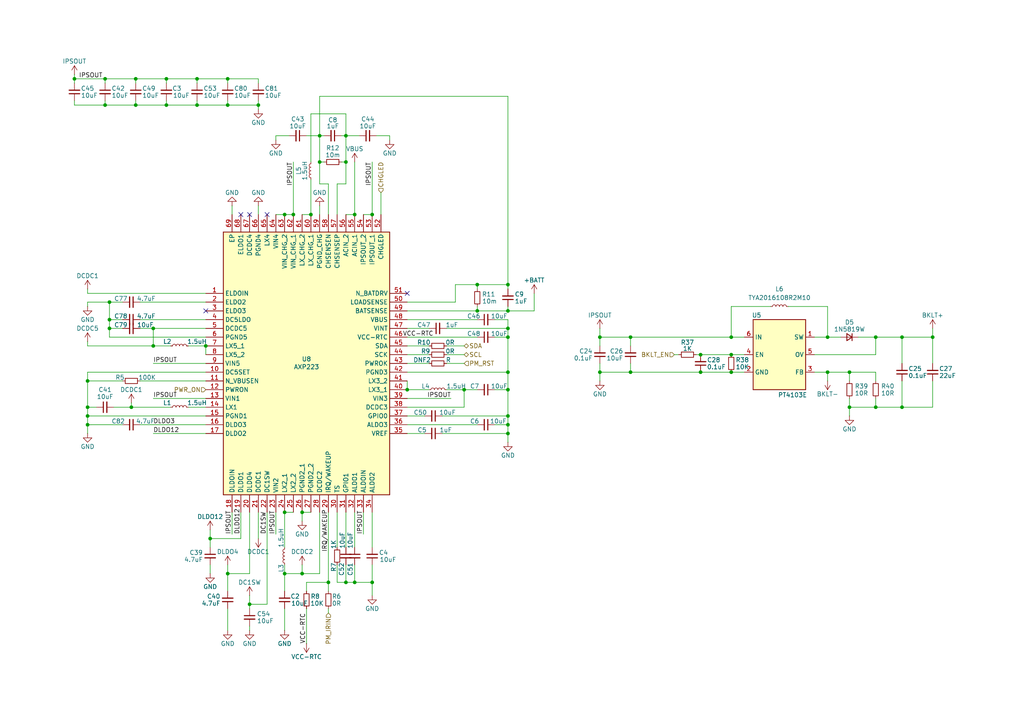
<source format=kicad_sch>
(kicad_sch (version 20231120) (generator "eeschema") (generator_version "8.0")
  (paper "A4")
  (lib_symbols
    (symbol "Device:C_Small" (pin_numbers hide) (pin_names (offset 0.254) hide)
      (property "Reference" "C" (at 0.254 1.778 0))
      (property "Value" "C_Small" (at 0.254 -2.032 0))
      (symbol "C_Small_0_1"
        (polyline (pts (xy -1.524 -0.508) (xy 1.524 -0.508)) (stroke (width 0.3302)))
        (polyline (pts (xy -1.524 0.508) (xy 1.524 0.508)) (stroke (width 0.3048)))
      )
      (symbol "C_Small_1_1"
        (pin passive line (at 0 2.54 270) (length 2.032) (name "~") (number "1"))
        (pin passive line (at 0 -2.54 90) (length 2.032) (name "~") (number "2"))
      )
    )
    (symbol "Device:D_Small" (pin_numbers hide) (pin_names (offset 0.254) hide)
      (property "Reference" "D" (at -1.27 2.032 0))
      (property "Value" "D_Small" (at -3.81 -2.032 0))
      (symbol "D_Small_0_1"
        (polyline (pts (xy -0.762 -1.016) (xy -0.762 1.016)) (stroke (width 0.254)))
        (polyline (pts (xy -0.762 0) (xy 0.762 0)))
        (polyline (pts (xy 0.762 -1.016) (xy -0.762 0) (xy 0.762 1.016) (xy 0.762 -1.016)) (stroke (width 0.254)))
      )
      (symbol "D_Small_1_1"
        (pin passive line (at -2.54 0 0) (length 1.778) (name "K") (number "1"))
        (pin passive line (at 2.54 0 180) (length 1.778) (name "A") (number "2"))
      )
    )
    (symbol "Device:L_Small" (pin_numbers hide) (pin_names (offset 0.254) hide)
      (property "Reference" "L" (at 0.762 1.016 0))
      (property "Value" "L_Small" (at 0.762 -1.016 0))
      (symbol "L_Small_0_1"
        (arc (start 0 -2.032) (mid 0.5058 -1.524) (end 0 -1.016))
        (arc (start 0 -1.016) (mid 0.5058 -0.508) (end 0 0))
        (arc (start 0 0) (mid 0.5058 0.508) (end 0 1.016))
        (arc (start 0 1.016) (mid 0.5058 1.524) (end 0 2.032))
      )
      (symbol "L_Small_1_1"
        (pin passive line (at 0 2.54 270) (length 0.508) (name "~") (number "1"))
        (pin passive line (at 0 -2.54 90) (length 0.508) (name "~") (number "2"))
      )
    )
    (symbol "Device:R_Small" (pin_numbers hide) (pin_names (offset 0.254) hide)
      (property "Reference" "R" (at 0.762 0.508 0))
      (property "Value" "R_Small" (at 0.762 -1.016 0))
      (symbol "R_Small_0_1"
        (rectangle (start -0.762 1.778) (end 0.762 -1.778) (stroke (width 0.2032)))
      )
      (symbol "R_Small_1_1"
        (pin passive line (at 0 2.54 270) (length 0.762) (name "~") (number "1"))
        (pin passive line (at 0 -2.54 90) (length 0.762) (name "~") (number "2"))
      )
    )
    (symbol "MM-Plus-RE:AXP223"
      (property "Reference" "IC" (at 25.4 43.18 0))
      (property "Value" "AXP223" (at 25.4 40.64 0))
      (symbol "AXP223_1_1"
        (rectangle (start -24.13 38.1) (end 24.13 -38.1) (stroke (width 0.254)) (fill (type background)))
        (pin passive line (at -29.21 20.32 0) (length 5.08) (name "ELDOIN") (number "1"))
        (pin passive line (at -29.21 -2.54 0) (length 5.08) (name "DC5SET") (number "10"))
        (pin passive line (at -29.21 -5.08 0) (length 5.08) (name "N_VBUSEN") (number "11"))
        (pin passive line (at -29.21 -7.62 0) (length 5.08) (name "PWRON") (number "12"))
        (pin passive line (at -29.21 -10.16 0) (length 5.08) (name "VIN1") (number "13"))
        (pin passive line (at -29.21 -12.7 0) (length 5.08) (name "LX1") (number "14"))
        (pin passive line (at -29.21 -15.24 0) (length 5.08) (name "PGND1") (number "15"))
        (pin passive line (at -29.21 -17.78 0) (length 5.08) (name "DLDO3") (number "16"))
        (pin passive line (at -29.21 -20.32 0) (length 5.08) (name "DLDO2") (number "17"))
        (pin passive line (at -21.59 -43.18 90) (length 5.08) (name "DLDOIN") (number "18"))
        (pin passive line (at -19.05 -43.18 90) (length 5.08) (name "DLDO1") (number "19"))
        (pin passive line (at -29.21 17.78 0) (length 5.08) (name "ELDO2") (number "2"))
        (pin passive line (at -16.51 -43.18 90) (length 5.08) (name "DLDO4") (number "20"))
        (pin passive line (at -13.97 -43.18 90) (length 5.08) (name "DCDC1") (number "21"))
        (pin passive line (at -11.43 -43.18 90) (length 5.08) (name "DC1SW") (number "22"))
        (pin passive line (at -8.89 -43.18 90) (length 5.08) (name "VIN2") (number "23"))
        (pin passive line (at -6.35 -43.18 90) (length 5.08) (name "LX2_1") (number "24"))
        (pin passive line (at -3.81 -43.18 90) (length 5.08) (name "LX2_2") (number "25"))
        (pin passive line (at -1.27 -43.18 90) (length 5.08) (name "PGND2_1") (number "26"))
        (pin passive line (at 1.27 -43.18 90) (length 5.08) (name "PGND2_2") (number "27"))
        (pin passive line (at 3.81 -43.18 90) (length 5.08) (name "DCDC2") (number "28"))
        (pin passive line (at 6.35 -43.18 90) (length 5.08) (name "IRQ/WAKEUP") (number "29"))
        (pin passive line (at -29.21 15.24 0) (length 5.08) (name "ELDO3") (number "3"))
        (pin passive line (at 8.89 -43.18 90) (length 5.08) (name "TS") (number "30"))
        (pin passive line (at 11.43 -43.18 90) (length 5.08) (name "GPIO1") (number "31"))
        (pin passive line (at 13.97 -43.18 90) (length 5.08) (name "ALDO1") (number "32"))
        (pin passive line (at 16.51 -43.18 90) (length 5.08) (name "ALDOIN") (number "33"))
        (pin passive line (at 19.05 -43.18 90) (length 5.08) (name "ALDO2") (number "34"))
        (pin passive line (at 29.21 -20.32 180) (length 5.08) (name "VREF") (number "35"))
        (pin passive line (at 29.21 -17.78 180) (length 5.08) (name "ALDO3") (number "36"))
        (pin passive line (at 29.21 -15.24 180) (length 5.08) (name "GPIO0") (number "37"))
        (pin passive line (at 29.21 -12.7 180) (length 5.08) (name "DCDC3") (number "38"))
        (pin passive line (at 29.21 -10.16 180) (length 5.08) (name "VIN3") (number "39"))
        (pin passive line (at -29.21 12.7 0) (length 5.08) (name "DC5LDO") (number "4"))
        (pin passive line (at 29.21 -7.62 180) (length 5.08) (name "LX3_1") (number "40"))
        (pin passive line (at 29.21 -5.08 180) (length 5.08) (name "LX3_2") (number "41"))
        (pin passive line (at 29.21 -2.54 180) (length 5.08) (name "PGND3") (number "42"))
        (pin passive line (at 29.21 0 180) (length 5.08) (name "PWROK") (number "43"))
        (pin passive line (at 29.21 2.54 180) (length 5.08) (name "SCK") (number "44"))
        (pin passive line (at 29.21 5.08 180) (length 5.08) (name "SDA") (number "45"))
        (pin passive line (at 29.21 7.62 180) (length 5.08) (name "VCC-RTC") (number "46"))
        (pin passive line (at 29.21 10.16 180) (length 5.08) (name "VINT") (number "47"))
        (pin passive line (at 29.21 12.7 180) (length 5.08) (name "VBUS") (number "48"))
        (pin passive line (at 29.21 15.24 180) (length 5.08) (name "BATSENSE") (number "49"))
        (pin passive line (at -29.21 10.16 0) (length 5.08) (name "DCDC5") (number "5"))
        (pin passive line (at 29.21 17.78 180) (length 5.08) (name "LOADSENSE") (number "50"))
        (pin passive line (at 29.21 20.32 180) (length 5.08) (name "N_BATDRV") (number "51"))
        (pin passive line (at 21.59 43.18 270) (length 5.08) (name "CHGLED") (number "52"))
        (pin passive line (at 19.05 43.18 270) (length 5.08) (name "IPSOUT_1") (number "53"))
        (pin passive line (at 16.51 43.18 270) (length 5.08) (name "IPSOUT_2") (number "54"))
        (pin passive line (at 13.97 43.18 270) (length 5.08) (name "ACIN_1") (number "55"))
        (pin passive line (at 11.43 43.18 270) (length 5.08) (name "ACIN_2") (number "56"))
        (pin passive line (at 8.89 43.18 270) (length 5.08) (name "CHSENSEP") (number "57"))
        (pin passive line (at 6.35 43.18 270) (length 5.08) (name "CHSENSEN") (number "58"))
        (pin passive line (at 3.81 43.18 270) (length 5.08) (name "PGND_CHG") (number "59"))
        (pin passive line (at -29.21 7.62 0) (length 5.08) (name "PGND5") (number "6"))
        (pin passive line (at 1.27 43.18 270) (length 5.08) (name "LX_CHG_1") (number "60"))
        (pin passive line (at -1.27 43.18 270) (length 5.08) (name "LX_CHG_2") (number "61"))
        (pin passive line (at -3.81 43.18 270) (length 5.08) (name "VIN_CHG_1") (number "62"))
        (pin passive line (at -6.35 43.18 270) (length 5.08) (name "VIN_CHG_2") (number "63"))
        (pin passive line (at -8.89 43.18 270) (length 5.08) (name "VIN4") (number "64"))
        (pin passive line (at -11.43 43.18 270) (length 5.08) (name "LX4") (number "65"))
        (pin passive line (at -13.97 43.18 270) (length 5.08) (name "PGND4") (number "66"))
        (pin passive line (at -16.51 43.18 270) (length 5.08) (name "DCDC4") (number "67"))
        (pin passive line (at -19.05 43.18 270) (length 5.08) (name "ELDO1") (number "68"))
        (pin passive line (at -21.59 43.18 270) (length 5.08) (name "EP") (number "69"))
        (pin passive line (at -29.21 5.08 0) (length 5.08) (name "LX5_1") (number "7"))
        (pin passive line (at -29.21 2.54 0) (length 5.08) (name "LX5_2") (number "8"))
        (pin passive line (at -29.21 0 0) (length 5.08) (name "VIN5") (number "9"))
      )
    )
    (symbol "MM-Plus-RE:PT4103"
      (property "Reference" "U" (at -7.112 11.684 0))
      (property "Value" "PT4103" (at 4.318 -11.684 0))
      (symbol "PT4103_0_1"
        (rectangle (start -7.62 10.16) (end 7.62 -10.16) (stroke (width 0.254)) (fill (type background)))
      )
      (symbol "PT4103_1_1"
        (pin passive line (at 10.16 5.08 180) (length 2.54) (name "SW") (number "1"))
        (pin input line (at -10.16 -5.08 0) (length 2.54) (name "GND") (number "2"))
        (pin input line (at 10.16 -5.08 180) (length 2.54) (name "FB") (number "3"))
        (pin input line (at -10.16 0 0) (length 2.54) (name "EN") (number "4"))
        (pin output line (at 10.16 0 180) (length 2.54) (name "OV") (number "5"))
        (pin input line (at -10.16 5.08 0) (length 2.54) (name "IN") (number "6"))
      )
    )
    (symbol "power:+BATT" (power) (pin_numbers hide) (pin_names (offset 0) hide)
      (property "Value" "+BATT" (at 0 3.556 0))
      (symbol "+BATT_0_1"
        (polyline (pts (xy -0.762 1.27) (xy 0 2.54)))
        (polyline (pts (xy 0 0) (xy 0 2.54)))
        (polyline (pts (xy 0 2.54) (xy 0.762 1.27)))
      )
      (symbol "+BATT_1_1"
        (pin power_in line (at 0 0 90) (length 0) (name "~") (number "1"))
      )
    )
    (symbol "power:GND" (power) (pin_numbers hide) (pin_names (offset 0) hide)
      (property "Value" "GND" (at 0 -3.81 0))
      (symbol "GND_0_1"
        (polyline (pts (xy 0 0) (xy 0 -1.27) (xy 1.27 -1.27) (xy 0 -2.54) (xy -1.27 -1.27) (xy 0 -1.27)))
      )
      (symbol "GND_1_1"
        (pin power_in line (at 0 0 270) (length 0) (name "~") (number "1"))
      )
    )
    (symbol "power:VCC" (power) (pin_numbers hide) (pin_names (offset 0) hide)
      (property "Value" "VCC" (at 0 3.556 0))
      (symbol "VCC_0_1"
        (polyline (pts (xy -0.762 1.27) (xy 0 2.54)))
        (polyline (pts (xy 0 0) (xy 0 2.54)))
        (polyline (pts (xy 0 2.54) (xy 0.762 1.27)))
      )
      (symbol "VCC_1_1"
        (pin power_in line (at 0 0 90) (length 0) (name "~") (number "1"))
      )
    )
  )
  (junction (at 100.33 46.99))
  (junction (at 138.43 90.17))
  (junction (at 72.39 175.26))
  (junction (at 254 97.79))
  (junction (at 147.32 113.03))
  (junction (at 212.09 97.79))
  (junction (at 100.33 39.37))
  (junction (at 82.55 148.59))
  (junction (at 39.37 30.48))
  (junction (at 173.99 107.95))
  (junction (at 57.15 22.86))
  (junction (at 212.09 102.87))
  (junction (at 107.95 62.23))
  (junction (at 118.11 113.03))
  (junction (at 102.87 62.23))
  (junction (at 82.55 166.37))
  (junction (at 30.48 30.48))
  (junction (at 74.93 30.48))
  (junction (at 57.15 30.48))
  (junction (at 147.32 90.17))
  (junction (at 95.25 168.91))
  (junction (at 31.75 95.25))
  (junction (at 38.1 118.11))
  (junction (at 92.71 39.37))
  (junction (at 44.45 95.25))
  (junction (at 212.09 107.95))
  (junction (at 134.62 113.03))
  (junction (at 147.32 107.95))
  (junction (at 66.04 22.86))
  (junction (at 82.55 62.23))
  (junction (at 66.04 30.48))
  (junction (at 48.26 22.86))
  (junction (at 31.75 87.63))
  (junction (at 100.33 168.91))
  (junction (at 87.63 148.59))
  (junction (at 147.32 97.79))
  (junction (at 240.03 107.95))
  (junction (at 270.51 97.79))
  (junction (at 147.32 95.25))
  (junction (at 60.96 156.21))
  (junction (at 90.17 62.23))
  (junction (at 30.48 22.86))
  (junction (at 147.32 125.73))
  (junction (at 246.38 107.95))
  (junction (at 261.62 118.11))
  (junction (at 246.38 118.11))
  (junction (at 85.09 62.23))
  (junction (at 254 118.11))
  (junction (at 182.88 97.79))
  (junction (at 147.32 123.19))
  (junction (at 25.4 123.19))
  (junction (at 261.62 97.79))
  (junction (at 31.75 92.71))
  (junction (at 25.4 110.49))
  (junction (at 203.2 102.87))
  (junction (at 44.45 100.33))
  (junction (at 25.4 118.11))
  (junction (at 147.32 120.65))
  (junction (at 240.03 97.79))
  (junction (at 92.71 46.99))
  (junction (at 25.4 120.65))
  (junction (at 66.04 166.37))
  (junction (at 102.87 168.91))
  (junction (at 59.69 100.33))
  (junction (at 87.63 166.37))
  (junction (at 182.88 107.95))
  (junction (at 138.43 82.55))
  (junction (at 39.37 22.86))
  (junction (at 107.95 168.91))
  (junction (at 21.59 22.86))
  (junction (at 173.99 97.79))
  (junction (at 48.26 30.48))
  (junction (at 147.32 82.55))
  (junction (at 203.2 107.95))
  (no_connect (at 118.11 85.09))
  (no_connect (at 77.47 62.23))
  (no_connect (at 59.69 90.17))
  (no_connect (at 72.39 62.23))
  (no_connect (at 69.85 62.23))
  (wire (pts (xy 74.93 30.48) (xy 66.04 30.48)))
  (wire (pts (xy 88.9 168.91) (xy 88.9 171.45)))
  (wire (pts (xy 25.4 118.11) (xy 25.4 120.65)))
  (wire (pts (xy 66.04 22.86) (xy 57.15 22.86)))
  (wire (pts (xy 154.94 90.17) (xy 147.32 90.17)))
  (wire (pts (xy 248.92 97.79) (xy 254 97.79)))
  (wire (pts (xy 147.32 97.79) (xy 147.32 107.95)))
  (wire (pts (xy 240.03 97.79) (xy 243.84 97.79)))
  (wire (pts (xy 143.51 123.19) (xy 147.32 123.19)))
  (wire (pts (xy 147.32 95.25) (xy 147.32 97.79)))
  (wire (pts (xy 92.71 39.37) (xy 93.98 39.37)))
  (wire (pts (xy 87.63 148.59) (xy 90.17 148.59)))
  (wire (pts (xy 95.25 148.59) (xy 95.25 168.91)))
  (wire (pts (xy 72.39 175.26) (xy 77.47 175.26)))
  (wire (pts (xy 95.25 53.34) (xy 95.25 62.23)))
  (wire (pts (xy 147.32 113.03) (xy 147.32 120.65)))
  (wire (pts (xy 25.4 107.95) (xy 25.4 110.49)))
  (wire (pts (xy 196.85 102.87) (xy 195.58 102.87)))
  (wire (pts (xy 85.09 62.23) (xy 85.09 46.99)))
  (wire (pts (xy 118.11 95.25) (xy 124.46 95.25)))
  (wire (pts (xy 261.62 118.11) (xy 270.51 118.11)))
  (wire (pts (xy 48.26 30.48) (xy 39.37 30.48)))
  (wire (pts (xy 74.93 24.13) (xy 74.93 22.86)))
  (wire (pts (xy 173.99 107.95) (xy 173.99 110.49)))
  (wire (pts (xy 138.43 82.55) (xy 138.43 83.82)))
  (wire (pts (xy 57.15 30.48) (xy 48.26 30.48)))
  (wire (pts (xy 25.4 110.49) (xy 35.56 110.49)))
  (wire (pts (xy 33.02 118.11) (xy 38.1 118.11)))
  (wire (pts (xy 261.62 97.79) (xy 270.51 97.79)))
  (wire (pts (xy 128.27 120.65) (xy 147.32 120.65)))
  (wire (pts (xy 95.25 168.91) (xy 95.25 171.45)))
  (wire (pts (xy 240.03 107.95) (xy 246.38 107.95)))
  (wire (pts (xy 44.45 125.73) (xy 59.69 125.73)))
  (wire (pts (xy 82.55 148.59) (xy 85.09 148.59)))
  (wire (pts (xy 31.75 92.71) (xy 31.75 87.63)))
  (wire (pts (xy 31.75 97.79) (xy 59.69 97.79)))
  (wire (pts (xy 25.4 87.63) (xy 25.4 88.9)))
  (wire (pts (xy 118.11 87.63) (xy 132.08 87.63)))
  (wire (pts (xy 54.61 100.33) (xy 59.69 100.33)))
  (wire (pts (xy 66.04 166.37) (xy 72.39 166.37)))
  (wire (pts (xy 74.93 148.59) (xy 74.93 156.21)))
  (wire (pts (xy 147.32 120.65) (xy 147.32 123.19)))
  (wire (pts (xy 88.9 168.91) (xy 95.25 168.91)))
  (wire (pts (xy 31.75 95.25) (xy 31.75 92.71)))
  (wire (pts (xy 72.39 166.37) (xy 72.39 148.59)))
  (wire (pts (xy 59.69 95.25) (xy 44.45 95.25)))
  (wire (pts (xy 100.33 33.02) (xy 100.33 39.37)))
  (wire (pts (xy 240.03 88.9) (xy 240.03 97.79)))
  (wire (pts (xy 270.51 110.49) (xy 270.51 118.11)))
  (wire (pts (xy 39.37 30.48) (xy 30.48 30.48)))
  (wire (pts (xy 82.55 148.59) (xy 82.55 158.75)))
  (wire (pts (xy 129.54 102.87) (xy 134.62 102.87)))
  (wire (pts (xy 254 107.95) (xy 254 110.49)))
  (wire (pts (xy 25.4 100.33) (xy 44.45 100.33)))
  (wire (pts (xy 57.15 24.13) (xy 57.15 22.86)))
  (wire (pts (xy 38.1 118.11) (xy 49.53 118.11)))
  (wire (pts (xy 182.88 107.95) (xy 203.2 107.95)))
  (wire (pts (xy 100.33 46.99) (xy 99.06 46.99)))
  (wire (pts (xy 87.63 163.83) (xy 87.63 166.37)))
  (wire (pts (xy 261.62 118.11) (xy 254 118.11)))
  (wire (pts (xy 25.4 85.09) (xy 59.69 85.09)))
  (wire (pts (xy 132.08 82.55) (xy 132.08 87.63)))
  (wire (pts (xy 147.32 90.17) (xy 147.32 88.9)))
  (wire (pts (xy 129.54 100.33) (xy 134.62 100.33)))
  (wire (pts (xy 246.38 118.11) (xy 254 118.11)))
  (wire (pts (xy 102.87 163.83) (xy 102.87 168.91)))
  (wire (pts (xy 92.71 27.94) (xy 92.71 39.37)))
  (wire (pts (xy 69.85 148.59) (xy 69.85 156.21)))
  (wire (pts (xy 203.2 107.95) (xy 212.09 107.95)))
  (wire (pts (xy 30.48 24.13) (xy 30.48 22.86)))
  (wire (pts (xy 118.11 100.33) (xy 124.46 100.33)))
  (wire (pts (xy 92.71 46.99) (xy 93.98 46.99)))
  (wire (pts (xy 31.75 97.79) (xy 31.75 95.25)))
  (wire (pts (xy 74.93 59.69) (xy 74.93 62.23)))
  (wire (pts (xy 118.11 102.87) (xy 124.46 102.87)))
  (wire (pts (xy 118.11 120.65) (xy 123.19 120.65)))
  (wire (pts (xy 182.88 107.95) (xy 182.88 105.41)))
  (wire (pts (xy 147.32 27.94) (xy 92.71 27.94)))
  (wire (pts (xy 82.55 62.23) (xy 85.09 62.23)))
  (wire (pts (xy 97.79 168.91) (xy 97.79 163.83)))
  (wire (pts (xy 147.32 82.55) (xy 147.32 27.94)))
  (wire (pts (xy 54.61 118.11) (xy 59.69 118.11)))
  (wire (pts (xy 80.01 39.37) (xy 80.01 40.64)))
  (wire (pts (xy 66.04 30.48) (xy 66.04 29.21)))
  (wire (pts (xy 88.9 39.37) (xy 92.71 39.37)))
  (wire (pts (xy 124.46 113.03) (xy 118.11 113.03)))
  (wire (pts (xy 90.17 33.02) (xy 100.33 33.02)))
  (wire (pts (xy 39.37 22.86) (xy 39.37 24.13)))
  (wire (pts (xy 74.93 29.21) (xy 74.93 30.48)))
  (wire (pts (xy 100.33 148.59) (xy 100.33 158.75)))
  (wire (pts (xy 59.69 100.33) (xy 59.69 102.87)))
  (wire (pts (xy 143.51 97.79) (xy 147.32 97.79)))
  (wire (pts (xy 88.9 176.53) (xy 88.9 186.69)))
  (wire (pts (xy 82.55 166.37) (xy 82.55 171.45)))
  (wire (pts (xy 60.96 156.21) (xy 60.96 158.75)))
  (wire (pts (xy 90.17 52.07) (xy 90.17 62.23)))
  (wire (pts (xy 60.96 156.21) (xy 69.85 156.21)))
  (wire (pts (xy 143.51 92.71) (xy 147.32 92.71)))
  (wire (pts (xy 60.96 156.21) (xy 60.96 153.67)))
  (wire (pts (xy 72.39 182.88) (xy 72.39 181.61)))
  (wire (pts (xy 80.01 148.59) (xy 80.01 154.94)))
  (wire (pts (xy 100.33 46.99) (xy 100.33 53.34)))
  (wire (pts (xy 59.69 107.95) (xy 25.4 107.95)))
  (wire (pts (xy 102.87 148.59) (xy 102.87 158.75)))
  (wire (pts (xy 97.79 148.59) (xy 97.79 158.75)))
  (wire (pts (xy 228.6 88.9) (xy 240.03 88.9)))
  (wire (pts (xy 254 102.87) (xy 254 97.79)))
  (wire (pts (xy 246.38 115.57) (xy 246.38 118.11)))
  (wire (pts (xy 92.71 39.37) (xy 92.71 46.99)))
  (wire (pts (xy 118.11 110.49) (xy 118.11 113.03)))
  (wire (pts (xy 254 118.11) (xy 254 115.57)))
  (wire (pts (xy 25.4 83.82) (xy 25.4 85.09)))
  (wire (pts (xy 270.51 97.79) (xy 270.51 105.41)))
  (wire (pts (xy 95.25 177.8) (xy 95.25 176.53)))
  (wire (pts (xy 82.55 163.83) (xy 82.55 166.37)))
  (wire (pts (xy 59.69 105.41) (xy 44.45 105.41)))
  (wire (pts (xy 270.51 95.25) (xy 270.51 97.79)))
  (wire (pts (xy 59.69 115.57) (xy 44.45 115.57)))
  (wire (pts (xy 147.32 123.19) (xy 147.32 125.73)))
  (wire (pts (xy 236.22 107.95) (xy 240.03 107.95)))
  (wire (pts (xy 100.33 163.83) (xy 100.33 168.91)))
  (wire (pts (xy 44.45 100.33) (xy 49.53 100.33)))
  (wire (pts (xy 147.32 107.95) (xy 118.11 107.95)))
  (wire (pts (xy 110.49 55.88) (xy 110.49 62.23)))
  (wire (pts (xy 39.37 22.86) (xy 48.26 22.86)))
  (wire (pts (xy 261.62 110.49) (xy 261.62 118.11)))
  (wire (pts (xy 100.33 62.23) (xy 102.87 62.23)))
  (wire (pts (xy 67.31 148.59) (xy 67.31 154.94)))
  (wire (pts (xy 87.63 166.37) (xy 92.71 166.37)))
  (wire (pts (xy 21.59 21.59) (xy 21.59 22.86)))
  (wire (pts (xy 30.48 30.48) (xy 21.59 30.48)))
  (wire (pts (xy 107.95 148.59) (xy 107.95 158.75)))
  (wire (pts (xy 72.39 176.53) (xy 72.39 175.26)))
  (wire (pts (xy 173.99 107.95) (xy 173.99 105.41)))
  (wire (pts (xy 236.22 102.87) (xy 254 102.87)))
  (wire (pts (xy 21.59 22.86) (xy 30.48 22.86)))
  (wire (pts (xy 40.64 95.25) (xy 44.45 95.25)))
  (wire (pts (xy 236.22 97.79) (xy 240.03 97.79)))
  (wire (pts (xy 80.01 62.23) (xy 82.55 62.23)))
  (wire (pts (xy 82.55 166.37) (xy 87.63 166.37)))
  (wire (pts (xy 25.4 120.65) (xy 59.69 120.65)))
  (wire (pts (xy 25.4 123.19) (xy 35.56 123.19)))
  (wire (pts (xy 74.93 30.48) (xy 74.93 31.75)))
  (wire (pts (xy 182.88 97.79) (xy 182.88 100.33)))
  (wire (pts (xy 82.55 176.53) (xy 82.55 182.88)))
  (wire (pts (xy 40.64 87.63) (xy 59.69 87.63)))
  (wire (pts (xy 100.33 39.37) (xy 104.14 39.37)))
  (wire (pts (xy 223.52 88.9) (xy 212.09 88.9)))
  (wire (pts (xy 92.71 166.37) (xy 92.71 148.59)))
  (wire (pts (xy 59.69 92.71) (xy 40.64 92.71)))
  (wire (pts (xy 118.11 90.17) (xy 138.43 90.17)))
  (wire (pts (xy 173.99 97.79) (xy 182.88 97.79)))
  (wire (pts (xy 107.95 168.91) (xy 107.95 163.83)))
  (wire (pts (xy 66.04 176.53) (xy 66.04 182.88)))
  (wire (pts (xy 40.64 123.19) (xy 59.69 123.19)))
  (wire (pts (xy 87.63 62.23) (xy 90.17 62.23)))
  (wire (pts (xy 66.04 166.37) (xy 66.04 171.45)))
  (wire (pts (xy 97.79 53.34) (xy 100.33 53.34)))
  (wire (pts (xy 60.96 163.83) (xy 60.96 166.37)))
  (wire (pts (xy 143.51 113.03) (xy 147.32 113.03)))
  (wire (pts (xy 66.04 163.83) (xy 66.04 166.37)))
  (wire (pts (xy 107.95 62.23) (xy 107.95 46.99)))
  (wire (pts (xy 25.4 87.63) (xy 31.75 87.63)))
  (wire (pts (xy 173.99 97.79) (xy 173.99 100.33)))
  (wire (pts (xy 118.11 118.11) (xy 134.62 118.11)))
  (wire (pts (xy 67.31 59.69) (xy 67.31 62.23)))
  (wire (pts (xy 25.4 118.11) (xy 27.94 118.11)))
  (wire (pts (xy 100.33 168.91) (xy 97.79 168.91)))
  (wire (pts (xy 21.59 24.13) (xy 21.59 22.86)))
  (wire (pts (xy 246.38 107.95) (xy 246.38 110.49)))
  (wire (pts (xy 100.33 39.37) (xy 100.33 46.99)))
  (wire (pts (xy 147.32 83.82) (xy 147.32 82.55)))
  (wire (pts (xy 77.47 175.26) (xy 77.47 148.59)))
  (wire (pts (xy 25.4 110.49) (xy 25.4 118.11)))
  (wire (pts (xy 102.87 168.91) (xy 100.33 168.91)))
  (wire (pts (xy 107.95 172.72) (xy 107.95 168.91)))
  (wire (pts (xy 134.62 113.03) (xy 129.54 113.03)))
  (wire (pts (xy 138.43 82.55) (xy 147.32 82.55)))
  (wire (pts (xy 182.88 97.79) (xy 212.09 97.79)))
  (wire (pts (xy 147.32 125.73) (xy 147.32 128.27)))
  (wire (pts (xy 25.4 99.06) (xy 25.4 100.33)))
  (wire (pts (xy 201.93 102.87) (xy 203.2 102.87)))
  (wire (pts (xy 83.82 39.37) (xy 80.01 39.37)))
  (wire (pts (xy 212.09 88.9) (xy 212.09 97.79)))
  (wire (pts (xy 31.75 95.25) (xy 35.56 95.25)))
  (wire (pts (xy 203.2 102.87) (xy 212.09 102.87)))
  (wire (pts (xy 134.62 113.03) (xy 134.62 118.11)))
  (wire (pts (xy 38.1 116.84) (xy 38.1 118.11)))
  (wire (pts (xy 240.03 107.95) (xy 240.03 110.49)))
  (wire (pts (xy 100.33 39.37) (xy 99.06 39.37)))
  (wire (pts (xy 21.59 29.21) (xy 21.59 30.48)))
  (wire (pts (xy 138.43 90.17) (xy 138.43 88.9)))
  (wire (pts (xy 147.32 95.25) (xy 129.54 95.25)))
  (wire (pts (xy 44.45 95.25) (xy 44.45 100.33)))
  (wire (pts (xy 105.41 62.23) (xy 107.95 62.23)))
  (wire (pts (xy 173.99 95.25) (xy 173.99 97.79)))
  (wire (pts (xy 113.03 39.37) (xy 113.03 40.64)))
  (wire (pts (xy 48.26 22.86) (xy 48.26 24.13)))
  (wire (pts (xy 92.71 59.69) (xy 92.71 62.23)))
  (wire (pts (xy 254 97.79) (xy 261.62 97.79)))
  (wire (pts (xy 35.56 87.63) (xy 31.75 87.63)))
  (wire (pts (xy 118.11 115.57) (xy 130.81 115.57)))
  (wire (pts (xy 72.39 172.72) (xy 72.39 175.26)))
  (wire (pts (xy 57.15 22.86) (xy 48.26 22.86)))
  (wire (pts (xy 31.75 92.71) (xy 35.56 92.71)))
  (wire (pts (xy 57.15 30.48) (xy 57.15 29.21)))
  (wire (pts (xy 90.17 46.99) (xy 90.17 33.02)))
  (wire (pts (xy 25.4 125.73) (xy 25.4 123.19)))
  (wire (pts (xy 118.11 92.71) (xy 138.43 92.71)))
  (wire (pts (xy 154.94 85.09) (xy 154.94 90.17)))
  (wire (pts (xy 147.32 92.71) (xy 147.32 95.25)))
  (wire (pts (xy 66.04 30.48) (xy 57.15 30.48)))
  (wire (pts (xy 48.26 29.21) (xy 48.26 30.48)))
  (wire (pts (xy 261.62 105.41) (xy 261.62 97.79)))
  (wire (pts (xy 246.38 107.95) (xy 254 107.95)))
  (wire (pts (xy 132.08 82.55) (xy 138.43 82.55)))
  (wire (pts (xy 212.09 102.87) (xy 215.9 102.87)))
  (wire (pts (xy 246.38 120.65) (xy 246.38 118.11)))
  (wire (pts (xy 102.87 168.91) (xy 107.95 168.91)))
  (wire (pts (xy 66.04 24.13) (xy 66.04 22.86)))
  (wire (pts (xy 128.27 125.73) (xy 147.32 125.73)))
  (wire (pts (xy 129.54 105.41) (xy 134.62 105.41)))
  (wire (pts (xy 30.48 22.86) (xy 39.37 22.86)))
  (wire (pts (xy 118.11 97.79) (xy 138.43 97.79)))
  (wire (pts (xy 105.41 148.59) (xy 105.41 154.94)))
  (wire (pts (xy 118.11 125.73) (xy 123.19 125.73)))
  (wire (pts (xy 118.11 105.41) (xy 124.46 105.41)))
  (wire (pts (xy 173.99 107.95) (xy 182.88 107.95)))
  (wire (pts (xy 147.32 113.03) (xy 147.32 107.95)))
  (wire (pts (xy 39.37 29.21) (xy 39.37 30.48)))
  (wire (pts (xy 92.71 53.34) (xy 95.25 53.34)))
  (wire (pts (xy 40.64 110.49) (xy 59.69 110.49)))
  (wire (pts (xy 134.62 113.03) (xy 138.43 113.03)))
  (wire (pts (xy 109.22 39.37) (xy 113.03 39.37)))
  (wire (pts (xy 212.09 97.79) (xy 215.9 97.79)))
  (wire (pts (xy 212.09 107.95) (xy 215.9 107.95)))
  (wire (pts (xy 30.48 29.21) (xy 30.48 30.48)))
  (wire (pts (xy 102.87 62.23) (xy 102.87 46.99)))
  (wire (pts (xy 118.11 123.19) (xy 138.43 123.19)))
  (wire (pts (xy 25.4 120.65) (xy 25.4 123.19)))
  (wire (pts (xy 97.79 62.23) (xy 97.79 53.34)))
  (wire (pts (xy 74.93 22.86) (xy 66.04 22.86)))
  (wire (pts (xy 138.43 90.17) (xy 147.32 90.17)))
  (wire (pts (xy 92.71 46.99) (xy 92.71 53.34)))
  (wire (pts (xy 87.63 148.59) (xy 87.63 151.13)))
  (label "VCC-RTC" (at 125.73 97.79 180))
  (label "DLDO12" (at 69.85 154.94 90))
  (label "IPSOUT" (at 67.31 154.94 90))
  (label "IPSOUT" (at 44.45 115.57 0))
  (label "IPSOUT" (at 22.86 22.86 0))
  (label "IPSOUT" (at 85.09 46.99 270))
  (label "IRQ{slash}WAKEUP" (at 95.25 160.02 90))
  (label "DLDO12" (at 44.45 125.73 0))
  (label "DC1SW" (at 77.47 154.94 90))
  (label "IPSOUT" (at 80.01 154.94 90))
  (label "IPSOUT" (at 44.45 105.41 0))
  (label "VCC-RTC" (at 88.9 186.69 90))
  (label "IPSOUT" (at 130.81 115.57 180))
  (label "DLDO3" (at 44.45 123.19 0))
  (label "IPSOUT" (at 107.95 46.99 270))
  (label "IPSOUT" (at 105.41 154.94 90))
  (hierarchical_label "BKLT_EN" (shape input) (at 195.58 102.87 180))
  (hierarchical_label "CHGLED" (shape input) (at 110.49 55.88 90))
  (hierarchical_label "SCL" (shape bidirectional) (at 134.62 102.87 0))
  (hierarchical_label "PM_RST" (shape input) (at 134.62 105.41 0))
  (hierarchical_label "SDA" (shape bidirectional) (at 134.62 100.33 0))
  (hierarchical_label "PM_IRIN" (shape input) (at 95.25 177.8 270))
  (hierarchical_label "PWR_ON" (shape input) (at 59.69 113.03 180))
  (symbol (lib_id "Device:R_Small") (at 88.9 173.99 180) (unit 1)
    (property "Reference" "R8" (at 91.44 172.974 0))
    (property "Value" "10K" (at 91.948 175.006 0))
    (property "Footprint" "Resistor_SMD:R_0402_1005Metric" (effects (hide yes)))
  )
  (symbol (lib_id "Device:L_Small") (at 52.07 118.11 90) (unit 1)
    (property "Reference" "L1" (at 48.514 116.84 90))
    (property "Value" "1.5uH" (at 57.15 116.84 90))
    (property "Footprint" "MM-Plus-RE:TYA2016108R2M10" (effects (hide yes)))
  )
  (symbol (lib_id "Device:C_Small") (at 203.2 105.41 180) (unit 1)
    (property "Reference" "C28" (at 207.01 104.394 0))
    (property "Value" "0.1uF" (at 207.772 106.426 0))
    (property "Footprint" "Capacitor_SMD:C_0402_1005Metric" (effects (hide yes)))
  )
  (symbol (lib_id "Device:C_Small") (at 30.48 26.67 0) (unit 1)
    (property "Reference" "C42" (at 34.29 25.654 0))
    (property "Value" "10uF" (at 34.798 27.686 0))
    (property "Footprint" "Capacitor_SMD:C_0603_1608Metric" (effects (hide yes)))
  )
  (symbol (lib_id "power:VCC") (at 60.96 153.67 0) (unit 1)
    (property "Reference" "#PWR095" (effects (hide yes)))
    (property "Value" "DLDO12" (at 60.96 149.86 0))
    (property "Description" "Power symbol creates a global label with name \"VCC\"" (effects (hide yes)))
  )
  (symbol (lib_id "Device:C_Small") (at 107.95 161.29 180) (unit 1)
    (property "Reference" "C4" (at 111.252 160.274 0))
    (property "Value" "10uF" (at 112.522 162.306 0))
    (property "Footprint" "Capacitor_SMD:C_0603_1608Metric" (effects (hide yes)))
  )
  (symbol (lib_id "Device:C_Small") (at 66.04 173.99 180) (unit 1)
    (property "Reference" "C40" (at 61.976 172.974 0))
    (property "Value" "4.7uF" (at 61.214 175.006 0))
    (property "Footprint" "Capacitor_SMD:C_0603_1608Metric" (effects (hide yes)))
  )
  (symbol (lib_id "Device:L_Small") (at 52.07 100.33 270) (mirror x) (unit 1)
    (property "Reference" "L2" (at 48.514 99.06 90))
    (property "Value" "1.5uH" (at 57.15 99.06 90))
    (property "Footprint" "MM-Plus-RE:TYA2016108R2M10" (effects (hide yes)))
  )
  (symbol (lib_id "Device:R_Small") (at 254 113.03 0) (unit 1)
    (property "Reference" "R40" (at 255.524 112.014 0) (effects (justify left)))
    (property "Value" "10R" (at 255.524 114.046 0) (effects (justify left)))
    (property "Footprint" "Resistor_SMD:R_0402_1005Metric" (effects (hide yes)))
  )
  (symbol (lib_id "Device:C_Small") (at 96.52 39.37 270) (mirror x) (unit 1)
    (property "Reference" "C8" (at 96.52 34.798 90))
    (property "Value" "1uF" (at 96.52 36.576 90))
    (property "Footprint" "Capacitor_SMD:C_0603_1608Metric" (effects (hide yes)))
  )
  (symbol (lib_id "power:VCC") (at 66.04 163.83 0) (unit 1)
    (property "Reference" "#PWR099" (effects (hide yes)))
    (property "Value" "DLDO4" (at 66.04 160.02 0))
    (property "Description" "Power symbol creates a global label with name \"VCC\"" (effects (hide yes)))
  )
  (symbol (lib_id "Device:L_Small") (at 226.06 88.9 90) (unit 1)
    (property "Reference" "L6" (at 226.06 83.82 90))
    (property "Value" "TYA2016108R2M10" (at 226.06 86.36 90))
    (property "Footprint" "MM-Plus-RE:TYA2016108R2M10" (effects (hide yes)))
    (property "Datasheet" "Inductor, small symbol" (effects (hide yes)))
    (property "Description" "Inductor, small symbol" (effects (hide yes)))
  )
  (symbol (lib_id "Device:R_Small") (at 127 105.41 90) (unit 1)
    (property "Reference" "DNF2" (at 122.428 104.394 90))
    (property "Value" "R" (at 130.048 104.394 90))
    (property "Footprint" "Resistor_SMD:R_0402_1005Metric" (effects (hide yes)))
  )
  (symbol (lib_id "Device:C_Small") (at 140.97 97.79 90) (unit 1)
    (property "Reference" "C48" (at 137.414 96.774 90))
    (property "Value" "10uF" (at 144.78 96.774 90))
    (property "Footprint" "Capacitor_SMD:C_0603_1608Metric" (effects (hide yes)))
  )
  (symbol (lib_id "power:GND") (at 246.38 120.65 0) (unit 1)
    (property "Reference" "#PWR074" (effects (hide yes)))
    (property "Value" "GND" (at 246.38 124.46 0))
    (property "Description" "Power symbol creates a global label with name \"GND\" , ground" (effects (hide yes)))
  )
  (symbol (lib_id "power:+BATT") (at 102.87 46.99 0) (unit 1)
    (property "Reference" "#PWR093" (effects (hide yes)))
    (property "Value" "VBUS" (at 102.87 43.18 0))
    (property "Description" "Power symbol creates a global label with name \"+BATT\"" (effects (hide yes)))
  )
  (symbol (lib_id "Device:C_Small") (at 140.97 92.71 90) (unit 1)
    (property "Reference" "C46" (at 137.414 91.694 90))
    (property "Value" "10uF" (at 144.78 91.694 90))
    (property "Footprint" "Capacitor_SMD:C_0603_1608Metric" (effects (hide yes)))
  )
  (symbol (lib_id "Device:C_Small") (at 106.68 39.37 90) (unit 1)
    (property "Reference" "C44" (at 106.68 34.544 90))
    (property "Value" "10uF" (at 106.68 36.576 90))
    (property "Footprint" "Capacitor_SMD:C_0603_1608Metric" (effects (hide yes)))
  )
  (symbol (lib_id "Device:C_Small") (at 147.32 86.36 0) (mirror x) (unit 1)
    (property "Reference" "C9" (at 150.622 85.344 0))
    (property "Value" "1uF" (at 151.13 87.376 0))
    (property "Footprint" "Capacitor_SMD:C_0603_1608Metric" (effects (hide yes)))
  )
  (symbol (lib_id "Device:C_Small") (at 39.37 26.67 0) (unit 1)
    (property "Reference" "C49" (at 43.18 25.654 0))
    (property "Value" "10uF" (at 43.688 27.686 0))
    (property "Footprint" "Capacitor_SMD:C_0603_1608Metric" (effects (hide yes)))
  )
  (symbol (lib_id "Device:L_Small") (at 82.55 161.29 0) (mirror y) (unit 1)
    (property "Reference" "L3" (at 81.534 163.576 90) (effects (justify right)))
    (property "Value" "1.5uH" (at 81.534 153.162 90) (effects (justify right)))
    (property "Footprint" "MM-Plus-RE:TYA2016108R2M10" (effects (hide yes)))
  )
  (symbol (lib_id "power:GND") (at 60.96 166.37 0) (unit 1)
    (property "Reference" "#PWR0101" (effects (hide yes)))
    (property "Value" "GND" (at 60.96 170.18 0))
    (property "Description" "Power symbol creates a global label with name \"GND\" , ground" (effects (hide yes)))
  )
  (symbol (lib_id "Device:C_Small") (at 38.1 87.63 270) (mirror x) (unit 1)
    (property "Reference" "C77" (at 35.052 86.614 90))
    (property "Value" "4.7uF" (at 42.418 86.614 90))
    (property "Footprint" "Capacitor_SMD:C_0603_1608Metric" (effects (hide yes)))
  )
  (symbol (lib_id "Device:R_Small") (at 95.25 173.99 0) (mirror y) (unit 1)
    (property "Reference" "R6" (at 96.266 172.974 0) (effects (justify right)))
    (property "Value" "0R" (at 96.266 175.006 0) (effects (justify right)))
    (property "Footprint" "Resistor_SMD:R_0402_1005Metric" (effects (hide yes)))
  )
  (symbol (lib_id "Device:D_Small") (at 246.38 97.79 180) (unit 1)
    (property "Reference" "D5" (at 246.38 93.472 0))
    (property "Value" "1N5819W" (at 246.38 95.504 0))
    (property "Footprint" "Diode_SMD:D_SOD-123F" (effects (hide yes)))
    (property "Sim.Pins" "1=K 2=A" (effects (hide yes)))
  )
  (symbol (lib_id "power:VCC") (at 25.4 99.06 0) (unit 1)
    (property "Reference" "#PWR036" (effects (hide yes)))
    (property "Value" "DCDC5" (at 25.4 95.25 0))
    (property "Description" "Power symbol creates a global label with name \"VCC\"" (effects (hide yes)))
  )
  (symbol (lib_id "Device:L_Small") (at 90.17 49.53 180) (unit 1)
    (property "Reference" "L5" (at 86.614 49.53 90))
    (property "Value" "1.5uH" (at 88.392 49.53 90))
    (property "Footprint" "MM-Plus-RE:TYA2016108R2M10" (effects (hide yes)))
    (property "Datasheet" "Inductor, small symbol" (effects (hide yes)))
    (property "Description" "Inductor, small symbol" (effects (hide yes)))
  )
  (symbol (lib_id "power:GND") (at 82.55 182.88 0) (unit 1)
    (property "Reference" "#PWR053" (effects (hide yes)))
    (property "Value" "GND" (at 82.55 186.69 0))
    (property "Description" "Power symbol creates a global label with name \"GND\" , ground" (effects (hide yes)))
  )
  (symbol (lib_id "Device:C_Small") (at 38.1 95.25 270) (mirror x) (unit 1)
    (property "Reference" "C79" (at 35.052 94.234 90))
    (property "Value" "10uF" (at 42.164 94.234 90))
    (property "Footprint" "Capacitor_SMD:C_0603_1608Metric" (effects (hide yes)))
  )
  (symbol (lib_id "Device:C_Small") (at 38.1 123.19 270) (unit 1)
    (property "Reference" "C82" (at 34.29 122.174 90))
    (property "Value" "4.7uF" (at 42.164 122.174 90))
    (property "Footprint" "Capacitor_SMD:C_0603_1608Metric" (effects (hide yes)))
  )
  (symbol (lib_id "power:VCC") (at 240.03 110.49 180) (unit 1)
    (property "Reference" "#PWR0103" (effects (hide yes)))
    (property "Value" "BKLT-" (at 240.03 114.3 0))
    (property "Description" "Power symbol creates a global label with name \"VCC\"" (effects (hide yes)))
  )
  (symbol (lib_id "Device:C_Small") (at 125.73 125.73 270) (mirror x) (unit 1)
    (property "Reference" "C5" (at 122.428 124.714 90))
    (property "Value" "1uF" (at 129.286 124.714 90))
    (property "Footprint" "Capacitor_SMD:C_0603_1608Metric" (effects (hide yes)))
  )
  (symbol (lib_id "Device:C_Small") (at 74.93 26.67 0) (unit 1)
    (property "Reference" "C81" (at 78.74 25.654 0))
    (property "Value" "10uF" (at 79.248 27.686 0))
    (property "Footprint" "Capacitor_SMD:C_0603_1608Metric" (effects (hide yes)))
  )
  (symbol (lib_id "Device:R_Small") (at 212.09 105.41 0) (mirror y) (unit 1)
    (property "Reference" "R38" (at 213.36 104.394 0) (effects (justify right)))
    (property "Value" "10K" (at 213.36 106.426 0) (effects (justify right)))
    (property "Footprint" "Resistor_SMD:R_0402_1005Metric" (effects (hide yes)))
  )
  (symbol (lib_id "Device:C_Small") (at 127 95.25 90) (unit 1)
    (property "Reference" "C47" (at 122.936 94.234 90))
    (property "Value" "1uF" (at 131.064 94.234 90))
    (property "Footprint" "Capacitor_SMD:C_0603_1608Metric" (effects (hide yes)))
  )
  (symbol (lib_id "Device:R_Small") (at 199.39 102.87 90) (mirror x) (unit 1)
    (property "Reference" "R37" (at 199.39 99.314 90))
    (property "Value" "1K" (at 199.39 101.092 90))
    (property "Footprint" "Resistor_SMD:R_0402_1005Metric" (effects (hide yes)))
  )
  (symbol (lib_id "power:GND") (at 173.99 110.49 0) (unit 1)
    (property "Reference" "#PWR057" (effects (hide yes)))
    (property "Value" "GND" (at 173.99 114.3 0))
    (property "Description" "Power symbol creates a global label with name \"GND\" , ground" (effects (hide yes)))
  )
  (symbol (lib_id "power:GND") (at 67.31 59.69 0) (mirror x) (unit 1)
    (property "Reference" "#PWR039" (effects (hide yes)))
    (property "Value" "GND" (at 67.31 55.88 0))
    (property "Description" "Power symbol creates a global label with name \"GND\" , ground" (effects (hide yes)))
  )
  (symbol (lib_id "power:GND") (at 74.93 31.75 0) (unit 1)
    (property "Reference" "#PWR031" (effects (hide yes)))
    (property "Value" "GND" (at 74.93 35.56 0))
    (property "Description" "Power symbol creates a global label with name \"GND\" , ground" (effects (hide yes)))
  )
  (symbol (lib_id "power:GND") (at 80.01 40.64 0) (mirror y) (unit 1)
    (property "Reference" "#PWR045" (effects (hide yes)))
    (property "Value" "GND" (at 80.01 44.45 0))
    (property "Description" "Power symbol creates a global label with name \"GND\" , ground" (effects (hide yes)))
  )
  (symbol (lib_id "power:VCC") (at 88.9 186.69 180) (unit 1)
    (property "Reference" "#PWR0110" (effects (hide yes)))
    (property "Value" "VCC-RTC" (at 88.9 190.5 0))
    (property "Description" "Power symbol creates a global label with name \"VCC\"" (effects (hide yes)))
  )
  (symbol (lib_id "Device:C_Small") (at 66.04 26.67 0) (unit 1)
    (property "Reference" "C80" (at 69.85 25.654 0))
    (property "Value" "10uF" (at 70.358 27.686 0))
    (property "Footprint" "Capacitor_SMD:C_0603_1608Metric" (effects (hide yes)))
  )
  (symbol (lib_id "Device:C_Small") (at 140.97 123.19 270) (mirror x) (unit 1)
    (property "Reference" "C6" (at 137.668 122.174 90))
    (property "Value" "10uF" (at 144.526 122.174 90))
    (property "Footprint" "Capacitor_SMD:C_0603_1608Metric" (effects (hide yes)))
  )
  (symbol (lib_id "MM-Plus-RE:AXP223") (at 88.9 105.41 0) (unit 1)
    (property "Reference" "U8" (at 88.9 104.14 0))
    (property "Value" "AXP223" (at 88.9 106.426 0))
    (property "Footprint" "Package_DFN_QFN:QFN-68-1EP_8x8mm_P0.4mm_EP5.2x5.2mm" (effects (hide yes)))
    (property "Manufacturer_Name" "X-Powers" (effects (hide yes)))
    (property "Manufacturer_Part_Number" "AXP223" (effects (hide yes)))
  )
  (symbol (lib_id "Device:C_Small") (at 21.59 26.67 180) (unit 1)
    (property "Reference" "C45" (at 25.4 25.654 0))
    (property "Value" "10uF" (at 25.908 27.686 0))
    (property "Footprint" "Capacitor_SMD:C_0603_1608Metric" (effects (hide yes)))
  )
  (symbol (lib_id "power:VCC") (at 21.59 21.59 0) (unit 1)
    (property "Reference" "#PWR092" (effects (hide yes)))
    (property "Value" "IPSOUT" (at 21.59 17.78 0))
    (property "Description" "Power symbol creates a global label with name \"VCC\"" (effects (hide yes)))
  )
  (symbol (lib_id "power:GND") (at 107.95 172.72 0) (unit 1)
    (property "Reference" "#PWR058" (effects (hide yes)))
    (property "Value" "GND" (at 107.95 176.53 0))
    (property "Description" "Power symbol creates a global label with name \"GND\" , ground" (effects (hide yes)))
  )
  (symbol (lib_id "power:VCC") (at 173.99 95.25 0) (unit 1)
    (property "Reference" "#PWR075" (effects (hide yes)))
    (property "Value" "IPSOUT" (at 173.99 91.44 0))
    (property "Description" "Power symbol creates a global label with name \"VCC\"" (effects (hide yes)))
  )
  (symbol (lib_id "power:VCC") (at 38.1 116.84 0) (unit 1)
    (property "Reference" "#PWR038" (effects (hide yes)))
    (property "Value" "DCDC1" (at 38.1 113.03 0))
    (property "Description" "Power symbol creates a global label with name \"VCC\"" (effects (hide yes)))
  )
  (symbol (lib_id "power:VCC") (at 87.63 163.83 0) (unit 1)
    (property "Reference" "#PWR055" (effects (hide yes)))
    (property "Value" "DCDC2" (at 87.63 160.02 0))
    (property "Description" "Power symbol creates a global label with name \"VCC\"" (effects (hide yes)))
  )
  (symbol (lib_id "Device:R_Small") (at 127 100.33 90) (unit 1)
    (property "Reference" "R10" (at 122.936 99.314 90))
    (property "Value" "0R" (at 130.556 99.314 90))
    (property "Footprint" "Resistor_SMD:R_0402_1005Metric" (effects (hide yes)))
  )
  (symbol (lib_id "power:GND") (at 74.93 59.69 0) (mirror x) (unit 1)
    (property "Reference" "#PWR040" (effects (hide yes)))
    (property "Value" "GND" (at 74.93 55.88 0))
    (property "Description" "Power symbol creates a global label with name \"GND\" , ground" (effects (hide yes)))
  )
  (symbol (lib_id "Device:R_Small") (at 38.1 110.49 270) (mirror x) (unit 1)
    (property "Reference" "R5" (at 34.798 109.474 90))
    (property "Value" "100K" (at 42.672 109.474 90))
    (property "Footprint" "Resistor_SMD:R_0402_1005Metric" (effects (hide yes)))
  )
  (symbol (lib_id "Device:C_Small") (at 125.73 120.65 270) (unit 1)
    (property "Reference" "C50" (at 121.92 119.634 90))
    (property "Value" "10uF" (at 129.794 119.634 90))
    (property "Footprint" "Capacitor_SMD:C_0603_1608Metric" (effects (hide yes)))
  )
  (symbol (lib_id "power:GND") (at 25.4 88.9 0) (unit 1)
    (property "Reference" "#PWR035" (effects (hide yes)))
    (property "Value" "GND" (at 25.4 92.71 0))
    (property "Description" "Power symbol creates a global label with name \"GND\" , ground" (effects (hide yes)))
  )
  (symbol (lib_id "Device:C_Small") (at 72.39 179.07 0) (unit 1)
    (property "Reference" "C54" (at 76.454 178.054 0))
    (property "Value" "10uF" (at 76.962 180.086 0))
    (property "Footprint" "Capacitor_SMD:C_0603_1608Metric" (effects (hide yes)))
  )
  (symbol (lib_id "Device:R_Small") (at 138.43 86.36 0) (mirror x) (unit 1)
    (property "Reference" "R11" (at 141.732 85.344 0))
    (property "Value" "10m" (at 141.986 87.376 0))
    (property "Footprint" "Resistor_SMD:R_0805_2012Metric" (effects (hide yes)))
  )
  (symbol (lib_id "Device:C_Small") (at 86.36 39.37 270) (mirror x) (unit 1)
    (property "Reference" "C43" (at 86.36 34.544 90))
    (property "Value" "10uF" (at 86.36 36.576 90))
    (property "Footprint" "Capacitor_SMD:C_0603_1608Metric" (effects (hide yes)))
  )
  (symbol (lib_id "power:+BATT") (at 154.94 85.09 0) (unit 1)
    (property "Reference" "#PWR065" (effects (hide yes)))
    (property "Value" "+BATT" (at 154.94 81.28 0))
    (property "Description" "Power symbol creates a global label with name \"+BATT\"" (effects (hide yes)))
  )
  (symbol (lib_id "Device:C_Small") (at 100.33 161.29 0) (unit 1)
    (property "Reference" "C52" (at 99.06 165.1 90))
    (property "Value" "10uF" (at 99.314 156.718 90))
    (property "Footprint" "Capacitor_SMD:C_0603_1608Metric" (effects (hide yes)))
  )
  (symbol (lib_id "power:VCC") (at 25.4 83.82 0) (unit 1)
    (property "Reference" "#PWR032" (effects (hide yes)))
    (property "Value" "DCDC1" (at 25.4 80.01 0))
    (property "Description" "Power symbol creates a global label with name \"VCC\"" (effects (hide yes)))
  )
  (symbol (lib_id "Device:C_Small") (at 57.15 26.67 0) (unit 1)
    (property "Reference" "C53" (at 60.96 25.654 0))
    (property "Value" "10uF" (at 61.468 27.686 0))
    (property "Footprint" "Capacitor_SMD:C_0603_1608Metric" (effects (hide yes)))
  )
  (symbol (lib_id "Device:C_Small") (at 261.62 107.95 0) (mirror x) (unit 1)
    (property "Reference" "C25" (at 265.43 106.934 0))
    (property "Value" "0.1uF" (at 266.192 108.966 0))
    (property "Footprint" "Capacitor_SMD:C_0402_1005Metric" (effects (hide yes)))
  )
  (symbol (lib_id "power:VCC") (at 72.39 172.72 0) (unit 1)
    (property "Reference" "#PWR0106" (effects (hide yes)))
    (property "Value" "DC1SW" (at 72.39 168.91 0))
    (property "Description" "Power symbol creates a global label with name \"VCC\"" (effects (hide yes)))
  )
  (symbol (lib_id "Device:C_Small") (at 140.97 113.03 270) (unit 1)
    (property "Reference" "C7" (at 137.668 112.014 90))
    (property "Value" "10uF" (at 144.78 112.014 90))
    (property "Footprint" "Capacitor_SMD:C_0603_1608Metric" (effects (hide yes)))
  )
  (symbol (lib_id "Device:R_Small") (at 127 102.87 90) (unit 1)
    (property "Reference" "R9" (at 123.444 101.854 90))
    (property "Value" "0R" (at 130.556 101.854 90))
    (property "Footprint" "Resistor_SMD:R_0402_1005Metric" (effects (hide yes)))
  )
  (symbol (lib_id "Device:C_Small") (at 173.99 102.87 0) (mirror x) (unit 1)
    (property "Reference" "C24" (at 169.926 101.854 0))
    (property "Value" "0.1uF" (at 169.164 103.886 0))
    (property "Footprint" "Capacitor_SMD:C_0402_1005Metric" (effects (hide yes)))
  )
  (symbol (lib_id "MM-Plus-RE:PT4103") (at 226.06 102.87 0) (unit 1)
    (property "Reference" "U5" (at 219.456 91.44 0))
    (property "Value" "PT4103E" (at 229.87 114.554 0))
    (property "Footprint" "Package_TO_SOT_SMD:SOT-23-6" (effects (hide yes)))
    (property "Datasheet" "http://www.micro-bridge.com/data/CRpowtech/PT4103E.pdf" (effects (hide yes)))
  )
  (symbol (lib_id "Device:C_Small") (at 82.55 173.99 180) (unit 1)
    (property "Reference" "C2" (at 85.598 172.974 0))
    (property "Value" "10uF" (at 86.868 175.006 0))
    (property "Footprint" "Capacitor_SMD:C_0603_1608Metric" (effects (hide yes)))
  )
  (symbol (lib_id "Device:C_Small") (at 270.51 107.95 0) (mirror x) (unit 1)
    (property "Reference" "C27" (at 274.32 106.934 0))
    (property "Value" "22uF" (at 274.828 108.966 0))
    (property "Footprint" "Capacitor_SMD:C_0603_1608Metric" (effects (hide yes)))
  )
  (symbol (lib_id "power:GND") (at 147.32 128.27 0) (unit 1)
    (property "Reference" "#PWR060" (effects (hide yes)))
    (property "Value" "GND" (at 147.32 132.08 0))
    (property "Description" "Power symbol creates a global label with name \"GND\" , ground" (effects (hide yes)))
  )
  (symbol (lib_id "power:VCC") (at 74.93 156.21 180) (unit 1)
    (property "Reference" "#PWR041" (effects (hide yes)))
    (property "Value" "DCDC1" (at 74.93 160.02 0))
    (property "Description" "Power symbol creates a global label with name \"VCC\"" (effects (hide yes)))
  )
  (symbol (lib_id "power:VCC") (at 270.51 95.25 0) (unit 1)
    (property "Reference" "#PWR0102" (effects (hide yes)))
    (property "Value" "BKLT+" (at 270.51 91.44 0))
    (property "Description" "Power symbol creates a global label with name \"VCC\"" (effects (hide yes)))
  )
  (symbol (lib_id "Device:C_Small") (at 102.87 161.29 0) (unit 1)
    (property "Reference" "C51" (at 101.6 165.1 90))
    (property "Value" "10uF" (at 101.6 156.718 90))
    (property "Footprint" "Capacitor_SMD:C_0603_1608Metric" (effects (hide yes)))
  )
  (symbol (lib_id "Device:C_Small") (at 48.26 26.67 0) (mirror x) (unit 1)
    (property "Reference" "C3" (at 51.308 25.654 0))
    (property "Value" "10uF" (at 52.578 27.686 0))
    (property "Footprint" "Capacitor_SMD:C_0603_1608Metric" (effects (hide yes)))
  )
  (symbol (lib_id "power:GND") (at 72.39 182.88 0) (unit 1)
    (property "Reference" "#PWR042" (effects (hide yes)))
    (property "Value" "GND" (at 72.39 186.69 0))
    (property "Description" "Power symbol creates a global label with name \"GND\" , ground" (effects (hide yes)))
  )
  (symbol (lib_id "Device:R_Small") (at 96.52 46.99 90) (unit 1)
    (property "Reference" "R12" (at 96.52 42.926 90))
    (property "Value" "10m" (at 96.52 44.958 90))
    (property "Footprint" "Resistor_SMD:R_0805_2012Metric" (effects (hide yes)))
  )
  (symbol (lib_id "power:GND") (at 66.04 182.88 0) (unit 1)
    (property "Reference" "#PWR0100" (effects (hide yes)))
    (property "Value" "GND" (at 66.04 186.69 0))
    (property "Description" "Power symbol creates a global label with name \"GND\" , ground" (effects (hide yes)))
  )
  (symbol (lib_id "power:GND") (at 87.63 151.13 0) (unit 1)
    (property "Reference" "#PWR054" (effects (hide yes)))
    (property "Value" "GND" (at 87.63 154.94 0))
    (property "Description" "Power symbol creates a global label with name \"GND\" , ground" (effects (hide yes)))
  )
  (symbol (lib_id "Device:R_Small") (at 97.79 161.29 0) (unit 1)
    (property "Reference" "R7" (at 96.774 165.862 90) (effects (justify left)))
    (property "Value" "1K" (at 96.774 159.258 90) (effects (justify left)))
    (property "Footprint" "Resistor_SMD:R_0402_1005Metric" (effects (hide yes)))
  )
  (symbol (lib_id "Device:R_Small") (at 246.38 113.03 0) (unit 1)
    (property "Reference" "R39" (at 247.904 112.014 0) (effects (justify left)))
    (property "Value" "10R" (at 247.904 114.046 0) (effects (justify left)))
    (property "Footprint" "Resistor_SMD:R_0402_1005Metric" (effects (hide yes)))
  )
  (symbol (lib_id "Device:L_Small") (at 127 113.03 270) (mirror x) (unit 1)
    (property "Reference" "L4" (at 123.444 112.014 90))
    (property "Value" "1.5uH" (at 132.334 112.014 90))
    (property "Footprint" "MM-Plus-RE:TYA2016108R2M10" (effects (hide yes)))
    (property "Datasheet" "Inductor, small symbol" (effects (hide yes)))
    (property "Description" "Inductor, small symbol" (effects (hide yes)))
  )
  (symbol (lib_id "Device:C_Small") (at 38.1 92.71 270) (mirror x) (unit 1)
    (property "Reference" "C78" (at 35.052 91.694 90))
    (property "Value" "4.7uF" (at 42.418 91.694 90))
    (property "Footprint" "Capacitor_SMD:C_0603_1608Metric" (effects (hide yes)))
  )
  (symbol (lib_id "power:GND") (at 113.03 40.64 0) (unit 1)
    (property "Reference" "#PWR059" (effects (hide yes)))
    (property "Value" "GND" (at 113.03 44.45 0))
    (property "Description" "Power symbol creates a global label with name \"GND\" , ground" (effects (hide yes)))
  )
  (symbol (lib_id "Device:C_Small") (at 60.96 161.29 0) (mirror y) (unit 1)
    (property "Reference" "C39" (at 56.896 160.274 0))
    (property "Value" "4.7uF" (at 56.134 162.306 0))
    (property "Footprint" "Capacitor_SMD:C_0603_1608Metric" (effects (hide yes)))
  )
  (symbol (lib_id "Device:C_Small") (at 182.88 102.87 0) (mirror x) (unit 1)
    (property "Reference" "C26" (at 178.816 101.854 0))
    (property "Value" "10uF" (at 178.308 103.886 0))
    (property "Footprint" "Capacitor_SMD:C_0603_1608Metric" (effects (hide yes)))
  )
  (symbol (lib_id "power:GND") (at 92.71 59.69 0) (mirror x) (unit 1)
    (property "Reference" "#PWR056" (effects (hide yes)))
    (property "Value" "GND" (at 92.71 55.88 0))
    (property "Description" "Power symbol creates a global label with name \"GND\" , ground" (effects (hide yes)))
  )
  (symbol (lib_id "Device:C_Small") (at 30.48 118.11 90) (unit 1)
    (property "Reference" "C41" (at 30.48 113.03 90))
    (property "Value" "10uF" (at 30.48 115.062 90))
    (property "Footprint" "Capacitor_SMD:C_0603_1608Metric" (effects (hide yes)))
  )
  (symbol (lib_id "power:GND") (at 25.4 125.73 0) (unit 1)
    (property "Reference" "#PWR037" (effects (hide yes)))
    (property "Value" "GND" (at 25.4 129.54 0))
    (property "Description" "Power symbol creates a global label with name \"GND\" , ground" (effects (hide yes)))
  )
)
</source>
